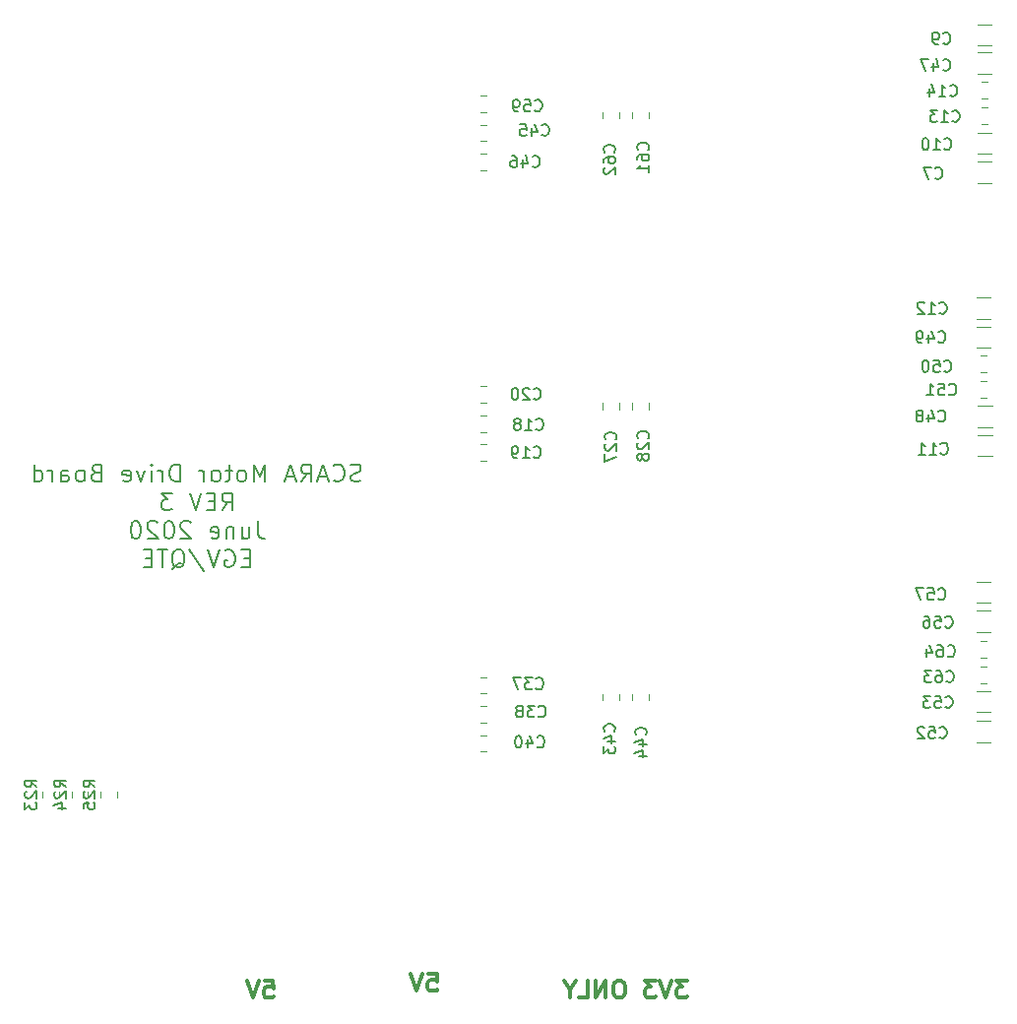
<source format=gbr>
G04 #@! TF.GenerationSoftware,KiCad,Pcbnew,5.0.2+dfsg1-1~bpo9+1*
G04 #@! TF.CreationDate,2020-06-16T21:43:01-06:00*
G04 #@! TF.ProjectId,SCARAMotorFeedbackController,53434152-414d-46f7-946f-724665656462,rev?*
G04 #@! TF.SameCoordinates,Original*
G04 #@! TF.FileFunction,Legend,Bot*
G04 #@! TF.FilePolarity,Positive*
%FSLAX46Y46*%
G04 Gerber Fmt 4.6, Leading zero omitted, Abs format (unit mm)*
G04 Created by KiCad (PCBNEW 5.0.2+dfsg1-1~bpo9+1) date Tue 16 Jun 2020 09:43:01 PM MDT*
%MOMM*%
%LPD*%
G01*
G04 APERTURE LIST*
%ADD10C,0.300000*%
%ADD11C,0.200000*%
%ADD12C,0.120000*%
%ADD13C,0.150000*%
G04 APERTURE END LIST*
D10*
X31885714Y8021428D02*
X32600000Y8021428D01*
X32671428Y7307142D01*
X32600000Y7378571D01*
X32457142Y7450000D01*
X32100000Y7450000D01*
X31957142Y7378571D01*
X31885714Y7307142D01*
X31814285Y7164285D01*
X31814285Y6807142D01*
X31885714Y6664285D01*
X31957142Y6592857D01*
X32100000Y6521428D01*
X32457142Y6521428D01*
X32600000Y6592857D01*
X32671428Y6664285D01*
X31385714Y8021428D02*
X30885714Y6521428D01*
X30385714Y8021428D01*
X45985714Y8621428D02*
X46700000Y8621428D01*
X46771428Y7907142D01*
X46700000Y7978571D01*
X46557142Y8050000D01*
X46200000Y8050000D01*
X46057142Y7978571D01*
X45985714Y7907142D01*
X45914285Y7764285D01*
X45914285Y7407142D01*
X45985714Y7264285D01*
X46057142Y7192857D01*
X46200000Y7121428D01*
X46557142Y7121428D01*
X46700000Y7192857D01*
X46771428Y7264285D01*
X45485714Y8621428D02*
X44985714Y7121428D01*
X44485714Y8621428D01*
X68250000Y8021428D02*
X67321428Y8021428D01*
X67821428Y7450000D01*
X67607142Y7450000D01*
X67464285Y7378571D01*
X67392857Y7307142D01*
X67321428Y7164285D01*
X67321428Y6807142D01*
X67392857Y6664285D01*
X67464285Y6592857D01*
X67607142Y6521428D01*
X68035714Y6521428D01*
X68178571Y6592857D01*
X68250000Y6664285D01*
X66892857Y8021428D02*
X66392857Y6521428D01*
X65892857Y8021428D01*
X65535714Y8021428D02*
X64607142Y8021428D01*
X65107142Y7450000D01*
X64892857Y7450000D01*
X64750000Y7378571D01*
X64678571Y7307142D01*
X64607142Y7164285D01*
X64607142Y6807142D01*
X64678571Y6664285D01*
X64750000Y6592857D01*
X64892857Y6521428D01*
X65321428Y6521428D01*
X65464285Y6592857D01*
X65535714Y6664285D01*
X62535714Y8021428D02*
X62250000Y8021428D01*
X62107142Y7950000D01*
X61964285Y7807142D01*
X61892857Y7521428D01*
X61892857Y7021428D01*
X61964285Y6735714D01*
X62107142Y6592857D01*
X62250000Y6521428D01*
X62535714Y6521428D01*
X62678571Y6592857D01*
X62821428Y6735714D01*
X62892857Y7021428D01*
X62892857Y7521428D01*
X62821428Y7807142D01*
X62678571Y7950000D01*
X62535714Y8021428D01*
X61250000Y6521428D02*
X61250000Y8021428D01*
X60392857Y6521428D01*
X60392857Y8021428D01*
X58964285Y6521428D02*
X59678571Y6521428D01*
X59678571Y8021428D01*
X58178571Y7235714D02*
X58178571Y6521428D01*
X58678571Y8021428D02*
X58178571Y7235714D01*
X57678571Y8021428D01*
D11*
X40171428Y50967857D02*
X39957142Y50896428D01*
X39600000Y50896428D01*
X39457142Y50967857D01*
X39385714Y51039285D01*
X39314285Y51182142D01*
X39314285Y51325000D01*
X39385714Y51467857D01*
X39457142Y51539285D01*
X39600000Y51610714D01*
X39885714Y51682142D01*
X40028571Y51753571D01*
X40100000Y51825000D01*
X40171428Y51967857D01*
X40171428Y52110714D01*
X40100000Y52253571D01*
X40028571Y52325000D01*
X39885714Y52396428D01*
X39528571Y52396428D01*
X39314285Y52325000D01*
X37814285Y51039285D02*
X37885714Y50967857D01*
X38100000Y50896428D01*
X38242857Y50896428D01*
X38457142Y50967857D01*
X38600000Y51110714D01*
X38671428Y51253571D01*
X38742857Y51539285D01*
X38742857Y51753571D01*
X38671428Y52039285D01*
X38600000Y52182142D01*
X38457142Y52325000D01*
X38242857Y52396428D01*
X38100000Y52396428D01*
X37885714Y52325000D01*
X37814285Y52253571D01*
X37242857Y51325000D02*
X36528571Y51325000D01*
X37385714Y50896428D02*
X36885714Y52396428D01*
X36385714Y50896428D01*
X35028571Y50896428D02*
X35528571Y51610714D01*
X35885714Y50896428D02*
X35885714Y52396428D01*
X35314285Y52396428D01*
X35171428Y52325000D01*
X35100000Y52253571D01*
X35028571Y52110714D01*
X35028571Y51896428D01*
X35100000Y51753571D01*
X35171428Y51682142D01*
X35314285Y51610714D01*
X35885714Y51610714D01*
X34457142Y51325000D02*
X33742857Y51325000D01*
X34600000Y50896428D02*
X34100000Y52396428D01*
X33600000Y50896428D01*
X31957142Y50896428D02*
X31957142Y52396428D01*
X31457142Y51325000D01*
X30957142Y52396428D01*
X30957142Y50896428D01*
X30028571Y50896428D02*
X30171428Y50967857D01*
X30242857Y51039285D01*
X30314285Y51182142D01*
X30314285Y51610714D01*
X30242857Y51753571D01*
X30171428Y51825000D01*
X30028571Y51896428D01*
X29814285Y51896428D01*
X29671428Y51825000D01*
X29600000Y51753571D01*
X29528571Y51610714D01*
X29528571Y51182142D01*
X29600000Y51039285D01*
X29671428Y50967857D01*
X29814285Y50896428D01*
X30028571Y50896428D01*
X29100000Y51896428D02*
X28528571Y51896428D01*
X28885714Y52396428D02*
X28885714Y51110714D01*
X28814285Y50967857D01*
X28671428Y50896428D01*
X28528571Y50896428D01*
X27814285Y50896428D02*
X27957142Y50967857D01*
X28028571Y51039285D01*
X28100000Y51182142D01*
X28100000Y51610714D01*
X28028571Y51753571D01*
X27957142Y51825000D01*
X27814285Y51896428D01*
X27600000Y51896428D01*
X27457142Y51825000D01*
X27385714Y51753571D01*
X27314285Y51610714D01*
X27314285Y51182142D01*
X27385714Y51039285D01*
X27457142Y50967857D01*
X27600000Y50896428D01*
X27814285Y50896428D01*
X26671428Y50896428D02*
X26671428Y51896428D01*
X26671428Y51610714D02*
X26600000Y51753571D01*
X26528571Y51825000D01*
X26385714Y51896428D01*
X26242857Y51896428D01*
X24600000Y50896428D02*
X24600000Y52396428D01*
X24242857Y52396428D01*
X24028571Y52325000D01*
X23885714Y52182142D01*
X23814285Y52039285D01*
X23742857Y51753571D01*
X23742857Y51539285D01*
X23814285Y51253571D01*
X23885714Y51110714D01*
X24028571Y50967857D01*
X24242857Y50896428D01*
X24600000Y50896428D01*
X23100000Y50896428D02*
X23100000Y51896428D01*
X23100000Y51610714D02*
X23028571Y51753571D01*
X22957142Y51825000D01*
X22814285Y51896428D01*
X22671428Y51896428D01*
X22171428Y50896428D02*
X22171428Y51896428D01*
X22171428Y52396428D02*
X22242857Y52325000D01*
X22171428Y52253571D01*
X22100000Y52325000D01*
X22171428Y52396428D01*
X22171428Y52253571D01*
X21600000Y51896428D02*
X21242857Y50896428D01*
X20885714Y51896428D01*
X19742857Y50967857D02*
X19885714Y50896428D01*
X20171428Y50896428D01*
X20314285Y50967857D01*
X20385714Y51110714D01*
X20385714Y51682142D01*
X20314285Y51825000D01*
X20171428Y51896428D01*
X19885714Y51896428D01*
X19742857Y51825000D01*
X19671428Y51682142D01*
X19671428Y51539285D01*
X20385714Y51396428D01*
X17385714Y51682142D02*
X17171428Y51610714D01*
X17100000Y51539285D01*
X17028571Y51396428D01*
X17028571Y51182142D01*
X17100000Y51039285D01*
X17171428Y50967857D01*
X17314285Y50896428D01*
X17885714Y50896428D01*
X17885714Y52396428D01*
X17385714Y52396428D01*
X17242857Y52325000D01*
X17171428Y52253571D01*
X17100000Y52110714D01*
X17100000Y51967857D01*
X17171428Y51825000D01*
X17242857Y51753571D01*
X17385714Y51682142D01*
X17885714Y51682142D01*
X16171428Y50896428D02*
X16314285Y50967857D01*
X16385714Y51039285D01*
X16457142Y51182142D01*
X16457142Y51610714D01*
X16385714Y51753571D01*
X16314285Y51825000D01*
X16171428Y51896428D01*
X15957142Y51896428D01*
X15814285Y51825000D01*
X15742857Y51753571D01*
X15671428Y51610714D01*
X15671428Y51182142D01*
X15742857Y51039285D01*
X15814285Y50967857D01*
X15957142Y50896428D01*
X16171428Y50896428D01*
X14385714Y50896428D02*
X14385714Y51682142D01*
X14457142Y51825000D01*
X14600000Y51896428D01*
X14885714Y51896428D01*
X15028571Y51825000D01*
X14385714Y50967857D02*
X14528571Y50896428D01*
X14885714Y50896428D01*
X15028571Y50967857D01*
X15100000Y51110714D01*
X15100000Y51253571D01*
X15028571Y51396428D01*
X14885714Y51467857D01*
X14528571Y51467857D01*
X14385714Y51539285D01*
X13671428Y50896428D02*
X13671428Y51896428D01*
X13671428Y51610714D02*
X13600000Y51753571D01*
X13528571Y51825000D01*
X13385714Y51896428D01*
X13242857Y51896428D01*
X12100000Y50896428D02*
X12100000Y52396428D01*
X12100000Y50967857D02*
X12242857Y50896428D01*
X12528571Y50896428D01*
X12671428Y50967857D01*
X12742857Y51039285D01*
X12814285Y51182142D01*
X12814285Y51610714D01*
X12742857Y51753571D01*
X12671428Y51825000D01*
X12528571Y51896428D01*
X12242857Y51896428D01*
X12100000Y51825000D01*
X28242857Y48446428D02*
X28742857Y49160714D01*
X29100000Y48446428D02*
X29100000Y49946428D01*
X28528571Y49946428D01*
X28385714Y49875000D01*
X28314285Y49803571D01*
X28242857Y49660714D01*
X28242857Y49446428D01*
X28314285Y49303571D01*
X28385714Y49232142D01*
X28528571Y49160714D01*
X29100000Y49160714D01*
X27600000Y49232142D02*
X27100000Y49232142D01*
X26885714Y48446428D02*
X27600000Y48446428D01*
X27600000Y49946428D01*
X26885714Y49946428D01*
X26457142Y49946428D02*
X25957142Y48446428D01*
X25457142Y49946428D01*
X23957142Y49946428D02*
X23028571Y49946428D01*
X23528571Y49375000D01*
X23314285Y49375000D01*
X23171428Y49303571D01*
X23100000Y49232142D01*
X23028571Y49089285D01*
X23028571Y48732142D01*
X23100000Y48589285D01*
X23171428Y48517857D01*
X23314285Y48446428D01*
X23742857Y48446428D01*
X23885714Y48517857D01*
X23957142Y48589285D01*
X31314285Y47496428D02*
X31314285Y46425000D01*
X31385714Y46210714D01*
X31528571Y46067857D01*
X31742857Y45996428D01*
X31885714Y45996428D01*
X29957142Y46996428D02*
X29957142Y45996428D01*
X30600000Y46996428D02*
X30600000Y46210714D01*
X30528571Y46067857D01*
X30385714Y45996428D01*
X30171428Y45996428D01*
X30028571Y46067857D01*
X29957142Y46139285D01*
X29242857Y46996428D02*
X29242857Y45996428D01*
X29242857Y46853571D02*
X29171428Y46925000D01*
X29028571Y46996428D01*
X28814285Y46996428D01*
X28671428Y46925000D01*
X28600000Y46782142D01*
X28600000Y45996428D01*
X27314285Y46067857D02*
X27457142Y45996428D01*
X27742857Y45996428D01*
X27885714Y46067857D01*
X27957142Y46210714D01*
X27957142Y46782142D01*
X27885714Y46925000D01*
X27742857Y46996428D01*
X27457142Y46996428D01*
X27314285Y46925000D01*
X27242857Y46782142D01*
X27242857Y46639285D01*
X27957142Y46496428D01*
X25528571Y47353571D02*
X25457142Y47425000D01*
X25314285Y47496428D01*
X24957142Y47496428D01*
X24814285Y47425000D01*
X24742857Y47353571D01*
X24671428Y47210714D01*
X24671428Y47067857D01*
X24742857Y46853571D01*
X25600000Y45996428D01*
X24671428Y45996428D01*
X23742857Y47496428D02*
X23600000Y47496428D01*
X23457142Y47425000D01*
X23385714Y47353571D01*
X23314285Y47210714D01*
X23242857Y46925000D01*
X23242857Y46567857D01*
X23314285Y46282142D01*
X23385714Y46139285D01*
X23457142Y46067857D01*
X23600000Y45996428D01*
X23742857Y45996428D01*
X23885714Y46067857D01*
X23957142Y46139285D01*
X24028571Y46282142D01*
X24100000Y46567857D01*
X24100000Y46925000D01*
X24028571Y47210714D01*
X23957142Y47353571D01*
X23885714Y47425000D01*
X23742857Y47496428D01*
X22671428Y47353571D02*
X22600000Y47425000D01*
X22457142Y47496428D01*
X22100000Y47496428D01*
X21957142Y47425000D01*
X21885714Y47353571D01*
X21814285Y47210714D01*
X21814285Y47067857D01*
X21885714Y46853571D01*
X22742857Y45996428D01*
X21814285Y45996428D01*
X20885714Y47496428D02*
X20742857Y47496428D01*
X20600000Y47425000D01*
X20528571Y47353571D01*
X20457142Y47210714D01*
X20385714Y46925000D01*
X20385714Y46567857D01*
X20457142Y46282142D01*
X20528571Y46139285D01*
X20600000Y46067857D01*
X20742857Y45996428D01*
X20885714Y45996428D01*
X21028571Y46067857D01*
X21100000Y46139285D01*
X21171428Y46282142D01*
X21242857Y46567857D01*
X21242857Y46925000D01*
X21171428Y47210714D01*
X21100000Y47353571D01*
X21028571Y47425000D01*
X20885714Y47496428D01*
X30635714Y44332142D02*
X30135714Y44332142D01*
X29921428Y43546428D02*
X30635714Y43546428D01*
X30635714Y45046428D01*
X29921428Y45046428D01*
X28492857Y44975000D02*
X28635714Y45046428D01*
X28850000Y45046428D01*
X29064285Y44975000D01*
X29207142Y44832142D01*
X29278571Y44689285D01*
X29350000Y44403571D01*
X29350000Y44189285D01*
X29278571Y43903571D01*
X29207142Y43760714D01*
X29064285Y43617857D01*
X28850000Y43546428D01*
X28707142Y43546428D01*
X28492857Y43617857D01*
X28421428Y43689285D01*
X28421428Y44189285D01*
X28707142Y44189285D01*
X27992857Y45046428D02*
X27492857Y43546428D01*
X26992857Y45046428D01*
X25421428Y45117857D02*
X26707142Y43189285D01*
X23921428Y43403571D02*
X24064285Y43475000D01*
X24207142Y43617857D01*
X24421428Y43832142D01*
X24564285Y43903571D01*
X24707142Y43903571D01*
X24635714Y43546428D02*
X24778571Y43617857D01*
X24921428Y43760714D01*
X24992857Y44046428D01*
X24992857Y44546428D01*
X24921428Y44832142D01*
X24778571Y44975000D01*
X24635714Y45046428D01*
X24350000Y45046428D01*
X24207142Y44975000D01*
X24064285Y44832142D01*
X23992857Y44546428D01*
X23992857Y44046428D01*
X24064285Y43760714D01*
X24207142Y43617857D01*
X24350000Y43546428D01*
X24635714Y43546428D01*
X23564285Y45046428D02*
X22707142Y45046428D01*
X23135714Y43546428D02*
X23135714Y45046428D01*
X22207142Y44332142D02*
X21707142Y44332142D01*
X21492857Y43546428D02*
X22207142Y43546428D01*
X22207142Y45046428D01*
X21492857Y45046428D01*
D12*
G04 #@! TO.C,C18*
X50961252Y55190000D02*
X50438748Y55190000D01*
X50961252Y56610000D02*
X50438748Y56610000D01*
G04 #@! TO.C,C59*
X50961252Y82690000D02*
X50438748Y82690000D01*
X50961252Y84110000D02*
X50438748Y84110000D01*
G04 #@! TO.C,C61*
X64910000Y82138748D02*
X64910000Y82661252D01*
X63490000Y82138748D02*
X63490000Y82661252D01*
G04 #@! TO.C,C62*
X62410000Y82138748D02*
X62410000Y82661252D01*
X60990000Y82138748D02*
X60990000Y82661252D01*
G04 #@! TO.C,C20*
X50961252Y57690000D02*
X50438748Y57690000D01*
X50961252Y59110000D02*
X50438748Y59110000D01*
G04 #@! TO.C,C27*
X62410000Y57138748D02*
X62410000Y57661252D01*
X60990000Y57138748D02*
X60990000Y57661252D01*
G04 #@! TO.C,C28*
X63490000Y57138748D02*
X63490000Y57661252D01*
X64910000Y57138748D02*
X64910000Y57661252D01*
G04 #@! TO.C,C40*
X50961252Y27690000D02*
X50438748Y27690000D01*
X50961252Y29110000D02*
X50438748Y29110000D01*
G04 #@! TO.C,C43*
X62410000Y32138748D02*
X62410000Y32661252D01*
X60990000Y32138748D02*
X60990000Y32661252D01*
G04 #@! TO.C,C44*
X63490000Y32138748D02*
X63490000Y32661252D01*
X64910000Y32138748D02*
X64910000Y32661252D01*
G04 #@! TO.C,C45*
X50961252Y81610000D02*
X50438748Y81610000D01*
X50961252Y80190000D02*
X50438748Y80190000D01*
G04 #@! TO.C,C46*
X50961252Y77690000D02*
X50438748Y77690000D01*
X50961252Y79110000D02*
X50438748Y79110000D01*
G04 #@! TO.C,C37*
X50961252Y32690000D02*
X50438748Y32690000D01*
X50961252Y34110000D02*
X50438748Y34110000D01*
G04 #@! TO.C,C38*
X50961252Y31610000D02*
X50438748Y31610000D01*
X50961252Y30190000D02*
X50438748Y30190000D01*
G04 #@! TO.C,C19*
X50961252Y54110000D02*
X50438748Y54110000D01*
X50961252Y52690000D02*
X50438748Y52690000D01*
G04 #@! TO.C,C13*
X93538748Y81690000D02*
X94061252Y81690000D01*
X93538748Y83110000D02*
X94061252Y83110000D01*
G04 #@! TO.C,C14*
X93538748Y85310000D02*
X94061252Y85310000D01*
X93538748Y83890000D02*
X94061252Y83890000D01*
G04 #@! TO.C,C7*
X93192765Y76590000D02*
X94396893Y76590000D01*
X93192765Y78410000D02*
X94396893Y78410000D01*
G04 #@! TO.C,C9*
X93192765Y90210000D02*
X94396893Y90210000D01*
X93192765Y88390000D02*
X94396893Y88390000D01*
G04 #@! TO.C,C10*
X93192765Y79090000D02*
X94396893Y79090000D01*
X93192765Y80910000D02*
X94396893Y80910000D01*
G04 #@! TO.C,C47*
X93197936Y87810000D02*
X94402064Y87810000D01*
X93197936Y85990000D02*
X94402064Y85990000D01*
G04 #@! TO.C,C11*
X93245811Y53107683D02*
X94449939Y53107683D01*
X93245811Y54927683D02*
X94449939Y54927683D01*
G04 #@! TO.C,C12*
X93145811Y66727683D02*
X94349939Y66727683D01*
X93145811Y64907683D02*
X94349939Y64907683D01*
G04 #@! TO.C,C48*
X93245811Y55607683D02*
X94449939Y55607683D01*
X93245811Y57427683D02*
X94449939Y57427683D01*
G04 #@! TO.C,C49*
X93145811Y64227683D02*
X94349939Y64227683D01*
X93145811Y62407683D02*
X94349939Y62407683D01*
G04 #@! TO.C,C50*
X93486623Y60307683D02*
X94009127Y60307683D01*
X93486623Y61727683D02*
X94009127Y61727683D01*
G04 #@! TO.C,C51*
X93486623Y59527683D02*
X94009127Y59527683D01*
X93486623Y58107683D02*
X94009127Y58107683D01*
G04 #@! TO.C,C52*
X93152638Y28508844D02*
X94356766Y28508844D01*
X93152638Y30328844D02*
X94356766Y30328844D01*
G04 #@! TO.C,C53*
X93152638Y32928844D02*
X94356766Y32928844D01*
X93152638Y31108844D02*
X94356766Y31108844D01*
G04 #@! TO.C,C56*
X93152638Y38008844D02*
X94356766Y38008844D01*
X93152638Y39828844D02*
X94356766Y39828844D01*
G04 #@! TO.C,C57*
X93152638Y42328844D02*
X94356766Y42328844D01*
X93152638Y40508844D02*
X94356766Y40508844D01*
G04 #@! TO.C,C63*
X93493450Y33608844D02*
X94015954Y33608844D01*
X93493450Y35028844D02*
X94015954Y35028844D01*
G04 #@! TO.C,C64*
X93493450Y37228844D02*
X94015954Y37228844D01*
X93493450Y35808844D02*
X94015954Y35808844D01*
G04 #@! TO.C,R23*
X12790000Y24261252D02*
X12790000Y23738748D01*
X14210000Y24261252D02*
X14210000Y23738748D01*
G04 #@! TO.C,R24*
X16710000Y24261252D02*
X16710000Y23738748D01*
X15290000Y24261252D02*
X15290000Y23738748D01*
G04 #@! TO.C,R25*
X17790000Y24261252D02*
X17790000Y23738748D01*
X19210000Y24261252D02*
X19210000Y23738748D01*
G04 #@! TO.C,C18*
D13*
X55242857Y55442857D02*
X55290476Y55395238D01*
X55433333Y55347619D01*
X55528571Y55347619D01*
X55671428Y55395238D01*
X55766666Y55490476D01*
X55814285Y55585714D01*
X55861904Y55776190D01*
X55861904Y55919047D01*
X55814285Y56109523D01*
X55766666Y56204761D01*
X55671428Y56300000D01*
X55528571Y56347619D01*
X55433333Y56347619D01*
X55290476Y56300000D01*
X55242857Y56252380D01*
X54290476Y55347619D02*
X54861904Y55347619D01*
X54576190Y55347619D02*
X54576190Y56347619D01*
X54671428Y56204761D01*
X54766666Y56109523D01*
X54861904Y56061904D01*
X53719047Y55919047D02*
X53814285Y55966666D01*
X53861904Y56014285D01*
X53909523Y56109523D01*
X53909523Y56157142D01*
X53861904Y56252380D01*
X53814285Y56300000D01*
X53719047Y56347619D01*
X53528571Y56347619D01*
X53433333Y56300000D01*
X53385714Y56252380D01*
X53338095Y56157142D01*
X53338095Y56109523D01*
X53385714Y56014285D01*
X53433333Y55966666D01*
X53528571Y55919047D01*
X53719047Y55919047D01*
X53814285Y55871428D01*
X53861904Y55823809D01*
X53909523Y55728571D01*
X53909523Y55538095D01*
X53861904Y55442857D01*
X53814285Y55395238D01*
X53719047Y55347619D01*
X53528571Y55347619D01*
X53433333Y55395238D01*
X53385714Y55442857D01*
X53338095Y55538095D01*
X53338095Y55728571D01*
X53385714Y55823809D01*
X53433333Y55871428D01*
X53528571Y55919047D01*
G04 #@! TO.C,C59*
X55142857Y82842857D02*
X55190476Y82795238D01*
X55333333Y82747619D01*
X55428571Y82747619D01*
X55571428Y82795238D01*
X55666666Y82890476D01*
X55714285Y82985714D01*
X55761904Y83176190D01*
X55761904Y83319047D01*
X55714285Y83509523D01*
X55666666Y83604761D01*
X55571428Y83700000D01*
X55428571Y83747619D01*
X55333333Y83747619D01*
X55190476Y83700000D01*
X55142857Y83652380D01*
X54238095Y83747619D02*
X54714285Y83747619D01*
X54761904Y83271428D01*
X54714285Y83319047D01*
X54619047Y83366666D01*
X54380952Y83366666D01*
X54285714Y83319047D01*
X54238095Y83271428D01*
X54190476Y83176190D01*
X54190476Y82938095D01*
X54238095Y82842857D01*
X54285714Y82795238D01*
X54380952Y82747619D01*
X54619047Y82747619D01*
X54714285Y82795238D01*
X54761904Y82842857D01*
X53714285Y82747619D02*
X53523809Y82747619D01*
X53428571Y82795238D01*
X53380952Y82842857D01*
X53285714Y82985714D01*
X53238095Y83176190D01*
X53238095Y83557142D01*
X53285714Y83652380D01*
X53333333Y83700000D01*
X53428571Y83747619D01*
X53619047Y83747619D01*
X53714285Y83700000D01*
X53761904Y83652380D01*
X53809523Y83557142D01*
X53809523Y83319047D01*
X53761904Y83223809D01*
X53714285Y83176190D01*
X53619047Y83128571D01*
X53428571Y83128571D01*
X53333333Y83176190D01*
X53285714Y83223809D01*
X53238095Y83319047D01*
G04 #@! TO.C,C61*
X64857142Y79442857D02*
X64904761Y79490476D01*
X64952380Y79633333D01*
X64952380Y79728571D01*
X64904761Y79871428D01*
X64809523Y79966666D01*
X64714285Y80014285D01*
X64523809Y80061904D01*
X64380952Y80061904D01*
X64190476Y80014285D01*
X64095238Y79966666D01*
X64000000Y79871428D01*
X63952380Y79728571D01*
X63952380Y79633333D01*
X64000000Y79490476D01*
X64047619Y79442857D01*
X63952380Y78585714D02*
X63952380Y78776190D01*
X64000000Y78871428D01*
X64047619Y78919047D01*
X64190476Y79014285D01*
X64380952Y79061904D01*
X64761904Y79061904D01*
X64857142Y79014285D01*
X64904761Y78966666D01*
X64952380Y78871428D01*
X64952380Y78680952D01*
X64904761Y78585714D01*
X64857142Y78538095D01*
X64761904Y78490476D01*
X64523809Y78490476D01*
X64428571Y78538095D01*
X64380952Y78585714D01*
X64333333Y78680952D01*
X64333333Y78871428D01*
X64380952Y78966666D01*
X64428571Y79014285D01*
X64523809Y79061904D01*
X64952380Y77538095D02*
X64952380Y78109523D01*
X64952380Y77823809D02*
X63952380Y77823809D01*
X64095238Y77919047D01*
X64190476Y78014285D01*
X64238095Y78109523D01*
G04 #@! TO.C,C62*
X61957142Y79242857D02*
X62004761Y79290476D01*
X62052380Y79433333D01*
X62052380Y79528571D01*
X62004761Y79671428D01*
X61909523Y79766666D01*
X61814285Y79814285D01*
X61623809Y79861904D01*
X61480952Y79861904D01*
X61290476Y79814285D01*
X61195238Y79766666D01*
X61100000Y79671428D01*
X61052380Y79528571D01*
X61052380Y79433333D01*
X61100000Y79290476D01*
X61147619Y79242857D01*
X61052380Y78385714D02*
X61052380Y78576190D01*
X61100000Y78671428D01*
X61147619Y78719047D01*
X61290476Y78814285D01*
X61480952Y78861904D01*
X61861904Y78861904D01*
X61957142Y78814285D01*
X62004761Y78766666D01*
X62052380Y78671428D01*
X62052380Y78480952D01*
X62004761Y78385714D01*
X61957142Y78338095D01*
X61861904Y78290476D01*
X61623809Y78290476D01*
X61528571Y78338095D01*
X61480952Y78385714D01*
X61433333Y78480952D01*
X61433333Y78671428D01*
X61480952Y78766666D01*
X61528571Y78814285D01*
X61623809Y78861904D01*
X61147619Y77909523D02*
X61100000Y77861904D01*
X61052380Y77766666D01*
X61052380Y77528571D01*
X61100000Y77433333D01*
X61147619Y77385714D01*
X61242857Y77338095D01*
X61338095Y77338095D01*
X61480952Y77385714D01*
X62052380Y77957142D01*
X62052380Y77338095D01*
G04 #@! TO.C,C20*
X55042857Y58042857D02*
X55090476Y57995238D01*
X55233333Y57947619D01*
X55328571Y57947619D01*
X55471428Y57995238D01*
X55566666Y58090476D01*
X55614285Y58185714D01*
X55661904Y58376190D01*
X55661904Y58519047D01*
X55614285Y58709523D01*
X55566666Y58804761D01*
X55471428Y58900000D01*
X55328571Y58947619D01*
X55233333Y58947619D01*
X55090476Y58900000D01*
X55042857Y58852380D01*
X54661904Y58852380D02*
X54614285Y58900000D01*
X54519047Y58947619D01*
X54280952Y58947619D01*
X54185714Y58900000D01*
X54138095Y58852380D01*
X54090476Y58757142D01*
X54090476Y58661904D01*
X54138095Y58519047D01*
X54709523Y57947619D01*
X54090476Y57947619D01*
X53471428Y58947619D02*
X53376190Y58947619D01*
X53280952Y58900000D01*
X53233333Y58852380D01*
X53185714Y58757142D01*
X53138095Y58566666D01*
X53138095Y58328571D01*
X53185714Y58138095D01*
X53233333Y58042857D01*
X53280952Y57995238D01*
X53376190Y57947619D01*
X53471428Y57947619D01*
X53566666Y57995238D01*
X53614285Y58042857D01*
X53661904Y58138095D01*
X53709523Y58328571D01*
X53709523Y58566666D01*
X53661904Y58757142D01*
X53614285Y58852380D01*
X53566666Y58900000D01*
X53471428Y58947619D01*
G04 #@! TO.C,C27*
X62057142Y54542857D02*
X62104761Y54590476D01*
X62152380Y54733333D01*
X62152380Y54828571D01*
X62104761Y54971428D01*
X62009523Y55066666D01*
X61914285Y55114285D01*
X61723809Y55161904D01*
X61580952Y55161904D01*
X61390476Y55114285D01*
X61295238Y55066666D01*
X61200000Y54971428D01*
X61152380Y54828571D01*
X61152380Y54733333D01*
X61200000Y54590476D01*
X61247619Y54542857D01*
X61247619Y54161904D02*
X61200000Y54114285D01*
X61152380Y54019047D01*
X61152380Y53780952D01*
X61200000Y53685714D01*
X61247619Y53638095D01*
X61342857Y53590476D01*
X61438095Y53590476D01*
X61580952Y53638095D01*
X62152380Y54209523D01*
X62152380Y53590476D01*
X61152380Y53257142D02*
X61152380Y52590476D01*
X62152380Y53019047D01*
G04 #@! TO.C,C28*
X64857142Y54642857D02*
X64904761Y54690476D01*
X64952380Y54833333D01*
X64952380Y54928571D01*
X64904761Y55071428D01*
X64809523Y55166666D01*
X64714285Y55214285D01*
X64523809Y55261904D01*
X64380952Y55261904D01*
X64190476Y55214285D01*
X64095238Y55166666D01*
X64000000Y55071428D01*
X63952380Y54928571D01*
X63952380Y54833333D01*
X64000000Y54690476D01*
X64047619Y54642857D01*
X64047619Y54261904D02*
X64000000Y54214285D01*
X63952380Y54119047D01*
X63952380Y53880952D01*
X64000000Y53785714D01*
X64047619Y53738095D01*
X64142857Y53690476D01*
X64238095Y53690476D01*
X64380952Y53738095D01*
X64952380Y54309523D01*
X64952380Y53690476D01*
X64380952Y53119047D02*
X64333333Y53214285D01*
X64285714Y53261904D01*
X64190476Y53309523D01*
X64142857Y53309523D01*
X64047619Y53261904D01*
X64000000Y53214285D01*
X63952380Y53119047D01*
X63952380Y52928571D01*
X64000000Y52833333D01*
X64047619Y52785714D01*
X64142857Y52738095D01*
X64190476Y52738095D01*
X64285714Y52785714D01*
X64333333Y52833333D01*
X64380952Y52928571D01*
X64380952Y53119047D01*
X64428571Y53214285D01*
X64476190Y53261904D01*
X64571428Y53309523D01*
X64761904Y53309523D01*
X64857142Y53261904D01*
X64904761Y53214285D01*
X64952380Y53119047D01*
X64952380Y52928571D01*
X64904761Y52833333D01*
X64857142Y52785714D01*
X64761904Y52738095D01*
X64571428Y52738095D01*
X64476190Y52785714D01*
X64428571Y52833333D01*
X64380952Y52928571D01*
G04 #@! TO.C,C40*
X55342857Y28142857D02*
X55390476Y28095238D01*
X55533333Y28047619D01*
X55628571Y28047619D01*
X55771428Y28095238D01*
X55866666Y28190476D01*
X55914285Y28285714D01*
X55961904Y28476190D01*
X55961904Y28619047D01*
X55914285Y28809523D01*
X55866666Y28904761D01*
X55771428Y29000000D01*
X55628571Y29047619D01*
X55533333Y29047619D01*
X55390476Y29000000D01*
X55342857Y28952380D01*
X54485714Y28714285D02*
X54485714Y28047619D01*
X54723809Y29095238D02*
X54961904Y28380952D01*
X54342857Y28380952D01*
X53771428Y29047619D02*
X53676190Y29047619D01*
X53580952Y29000000D01*
X53533333Y28952380D01*
X53485714Y28857142D01*
X53438095Y28666666D01*
X53438095Y28428571D01*
X53485714Y28238095D01*
X53533333Y28142857D01*
X53580952Y28095238D01*
X53676190Y28047619D01*
X53771428Y28047619D01*
X53866666Y28095238D01*
X53914285Y28142857D01*
X53961904Y28238095D01*
X54009523Y28428571D01*
X54009523Y28666666D01*
X53961904Y28857142D01*
X53914285Y28952380D01*
X53866666Y29000000D01*
X53771428Y29047619D01*
G04 #@! TO.C,C43*
X61957142Y29442857D02*
X62004761Y29490476D01*
X62052380Y29633333D01*
X62052380Y29728571D01*
X62004761Y29871428D01*
X61909523Y29966666D01*
X61814285Y30014285D01*
X61623809Y30061904D01*
X61480952Y30061904D01*
X61290476Y30014285D01*
X61195238Y29966666D01*
X61100000Y29871428D01*
X61052380Y29728571D01*
X61052380Y29633333D01*
X61100000Y29490476D01*
X61147619Y29442857D01*
X61385714Y28585714D02*
X62052380Y28585714D01*
X61004761Y28823809D02*
X61719047Y29061904D01*
X61719047Y28442857D01*
X61052380Y28157142D02*
X61052380Y27538095D01*
X61433333Y27871428D01*
X61433333Y27728571D01*
X61480952Y27633333D01*
X61528571Y27585714D01*
X61623809Y27538095D01*
X61861904Y27538095D01*
X61957142Y27585714D01*
X62004761Y27633333D01*
X62052380Y27728571D01*
X62052380Y28014285D01*
X62004761Y28109523D01*
X61957142Y28157142D01*
G04 #@! TO.C,C44*
X64657142Y29142857D02*
X64704761Y29190476D01*
X64752380Y29333333D01*
X64752380Y29428571D01*
X64704761Y29571428D01*
X64609523Y29666666D01*
X64514285Y29714285D01*
X64323809Y29761904D01*
X64180952Y29761904D01*
X63990476Y29714285D01*
X63895238Y29666666D01*
X63800000Y29571428D01*
X63752380Y29428571D01*
X63752380Y29333333D01*
X63800000Y29190476D01*
X63847619Y29142857D01*
X64085714Y28285714D02*
X64752380Y28285714D01*
X63704761Y28523809D02*
X64419047Y28761904D01*
X64419047Y28142857D01*
X64085714Y27333333D02*
X64752380Y27333333D01*
X63704761Y27571428D02*
X64419047Y27809523D01*
X64419047Y27190476D01*
G04 #@! TO.C,C45*
X55742857Y80742857D02*
X55790476Y80695238D01*
X55933333Y80647619D01*
X56028571Y80647619D01*
X56171428Y80695238D01*
X56266666Y80790476D01*
X56314285Y80885714D01*
X56361904Y81076190D01*
X56361904Y81219047D01*
X56314285Y81409523D01*
X56266666Y81504761D01*
X56171428Y81600000D01*
X56028571Y81647619D01*
X55933333Y81647619D01*
X55790476Y81600000D01*
X55742857Y81552380D01*
X54885714Y81314285D02*
X54885714Y80647619D01*
X55123809Y81695238D02*
X55361904Y80980952D01*
X54742857Y80980952D01*
X53885714Y81647619D02*
X54361904Y81647619D01*
X54409523Y81171428D01*
X54361904Y81219047D01*
X54266666Y81266666D01*
X54028571Y81266666D01*
X53933333Y81219047D01*
X53885714Y81171428D01*
X53838095Y81076190D01*
X53838095Y80838095D01*
X53885714Y80742857D01*
X53933333Y80695238D01*
X54028571Y80647619D01*
X54266666Y80647619D01*
X54361904Y80695238D01*
X54409523Y80742857D01*
G04 #@! TO.C,C46*
X54942857Y78042857D02*
X54990476Y77995238D01*
X55133333Y77947619D01*
X55228571Y77947619D01*
X55371428Y77995238D01*
X55466666Y78090476D01*
X55514285Y78185714D01*
X55561904Y78376190D01*
X55561904Y78519047D01*
X55514285Y78709523D01*
X55466666Y78804761D01*
X55371428Y78900000D01*
X55228571Y78947619D01*
X55133333Y78947619D01*
X54990476Y78900000D01*
X54942857Y78852380D01*
X54085714Y78614285D02*
X54085714Y77947619D01*
X54323809Y78995238D02*
X54561904Y78280952D01*
X53942857Y78280952D01*
X53133333Y78947619D02*
X53323809Y78947619D01*
X53419047Y78900000D01*
X53466666Y78852380D01*
X53561904Y78709523D01*
X53609523Y78519047D01*
X53609523Y78138095D01*
X53561904Y78042857D01*
X53514285Y77995238D01*
X53419047Y77947619D01*
X53228571Y77947619D01*
X53133333Y77995238D01*
X53085714Y78042857D01*
X53038095Y78138095D01*
X53038095Y78376190D01*
X53085714Y78471428D01*
X53133333Y78519047D01*
X53228571Y78566666D01*
X53419047Y78566666D01*
X53514285Y78519047D01*
X53561904Y78471428D01*
X53609523Y78376190D01*
G04 #@! TO.C,C37*
X55242857Y33142857D02*
X55290476Y33095238D01*
X55433333Y33047619D01*
X55528571Y33047619D01*
X55671428Y33095238D01*
X55766666Y33190476D01*
X55814285Y33285714D01*
X55861904Y33476190D01*
X55861904Y33619047D01*
X55814285Y33809523D01*
X55766666Y33904761D01*
X55671428Y34000000D01*
X55528571Y34047619D01*
X55433333Y34047619D01*
X55290476Y34000000D01*
X55242857Y33952380D01*
X54909523Y34047619D02*
X54290476Y34047619D01*
X54623809Y33666666D01*
X54480952Y33666666D01*
X54385714Y33619047D01*
X54338095Y33571428D01*
X54290476Y33476190D01*
X54290476Y33238095D01*
X54338095Y33142857D01*
X54385714Y33095238D01*
X54480952Y33047619D01*
X54766666Y33047619D01*
X54861904Y33095238D01*
X54909523Y33142857D01*
X53957142Y34047619D02*
X53290476Y34047619D01*
X53719047Y33047619D01*
G04 #@! TO.C,C38*
X55442857Y30742857D02*
X55490476Y30695238D01*
X55633333Y30647619D01*
X55728571Y30647619D01*
X55871428Y30695238D01*
X55966666Y30790476D01*
X56014285Y30885714D01*
X56061904Y31076190D01*
X56061904Y31219047D01*
X56014285Y31409523D01*
X55966666Y31504761D01*
X55871428Y31600000D01*
X55728571Y31647619D01*
X55633333Y31647619D01*
X55490476Y31600000D01*
X55442857Y31552380D01*
X55109523Y31647619D02*
X54490476Y31647619D01*
X54823809Y31266666D01*
X54680952Y31266666D01*
X54585714Y31219047D01*
X54538095Y31171428D01*
X54490476Y31076190D01*
X54490476Y30838095D01*
X54538095Y30742857D01*
X54585714Y30695238D01*
X54680952Y30647619D01*
X54966666Y30647619D01*
X55061904Y30695238D01*
X55109523Y30742857D01*
X53919047Y31219047D02*
X54014285Y31266666D01*
X54061904Y31314285D01*
X54109523Y31409523D01*
X54109523Y31457142D01*
X54061904Y31552380D01*
X54014285Y31600000D01*
X53919047Y31647619D01*
X53728571Y31647619D01*
X53633333Y31600000D01*
X53585714Y31552380D01*
X53538095Y31457142D01*
X53538095Y31409523D01*
X53585714Y31314285D01*
X53633333Y31266666D01*
X53728571Y31219047D01*
X53919047Y31219047D01*
X54014285Y31171428D01*
X54061904Y31123809D01*
X54109523Y31028571D01*
X54109523Y30838095D01*
X54061904Y30742857D01*
X54014285Y30695238D01*
X53919047Y30647619D01*
X53728571Y30647619D01*
X53633333Y30695238D01*
X53585714Y30742857D01*
X53538095Y30838095D01*
X53538095Y31028571D01*
X53585714Y31123809D01*
X53633333Y31171428D01*
X53728571Y31219047D01*
G04 #@! TO.C,C19*
X55042857Y53042857D02*
X55090476Y52995238D01*
X55233333Y52947619D01*
X55328571Y52947619D01*
X55471428Y52995238D01*
X55566666Y53090476D01*
X55614285Y53185714D01*
X55661904Y53376190D01*
X55661904Y53519047D01*
X55614285Y53709523D01*
X55566666Y53804761D01*
X55471428Y53900000D01*
X55328571Y53947619D01*
X55233333Y53947619D01*
X55090476Y53900000D01*
X55042857Y53852380D01*
X54090476Y52947619D02*
X54661904Y52947619D01*
X54376190Y52947619D02*
X54376190Y53947619D01*
X54471428Y53804761D01*
X54566666Y53709523D01*
X54661904Y53661904D01*
X53614285Y52947619D02*
X53423809Y52947619D01*
X53328571Y52995238D01*
X53280952Y53042857D01*
X53185714Y53185714D01*
X53138095Y53376190D01*
X53138095Y53757142D01*
X53185714Y53852380D01*
X53233333Y53900000D01*
X53328571Y53947619D01*
X53519047Y53947619D01*
X53614285Y53900000D01*
X53661904Y53852380D01*
X53709523Y53757142D01*
X53709523Y53519047D01*
X53661904Y53423809D01*
X53614285Y53376190D01*
X53519047Y53328571D01*
X53328571Y53328571D01*
X53233333Y53376190D01*
X53185714Y53423809D01*
X53138095Y53519047D01*
G04 #@! TO.C,C13*
X91042857Y81942857D02*
X91090476Y81895238D01*
X91233333Y81847619D01*
X91328571Y81847619D01*
X91471428Y81895238D01*
X91566666Y81990476D01*
X91614285Y82085714D01*
X91661904Y82276190D01*
X91661904Y82419047D01*
X91614285Y82609523D01*
X91566666Y82704761D01*
X91471428Y82800000D01*
X91328571Y82847619D01*
X91233333Y82847619D01*
X91090476Y82800000D01*
X91042857Y82752380D01*
X90090476Y81847619D02*
X90661904Y81847619D01*
X90376190Y81847619D02*
X90376190Y82847619D01*
X90471428Y82704761D01*
X90566666Y82609523D01*
X90661904Y82561904D01*
X89757142Y82847619D02*
X89138095Y82847619D01*
X89471428Y82466666D01*
X89328571Y82466666D01*
X89233333Y82419047D01*
X89185714Y82371428D01*
X89138095Y82276190D01*
X89138095Y82038095D01*
X89185714Y81942857D01*
X89233333Y81895238D01*
X89328571Y81847619D01*
X89614285Y81847619D01*
X89709523Y81895238D01*
X89757142Y81942857D01*
G04 #@! TO.C,C14*
X90842857Y84142857D02*
X90890476Y84095238D01*
X91033333Y84047619D01*
X91128571Y84047619D01*
X91271428Y84095238D01*
X91366666Y84190476D01*
X91414285Y84285714D01*
X91461904Y84476190D01*
X91461904Y84619047D01*
X91414285Y84809523D01*
X91366666Y84904761D01*
X91271428Y85000000D01*
X91128571Y85047619D01*
X91033333Y85047619D01*
X90890476Y85000000D01*
X90842857Y84952380D01*
X89890476Y84047619D02*
X90461904Y84047619D01*
X90176190Y84047619D02*
X90176190Y85047619D01*
X90271428Y84904761D01*
X90366666Y84809523D01*
X90461904Y84761904D01*
X89033333Y84714285D02*
X89033333Y84047619D01*
X89271428Y85095238D02*
X89509523Y84380952D01*
X88890476Y84380952D01*
G04 #@! TO.C,C7*
X89566666Y77042857D02*
X89614285Y76995238D01*
X89757142Y76947619D01*
X89852380Y76947619D01*
X89995238Y76995238D01*
X90090476Y77090476D01*
X90138095Y77185714D01*
X90185714Y77376190D01*
X90185714Y77519047D01*
X90138095Y77709523D01*
X90090476Y77804761D01*
X89995238Y77900000D01*
X89852380Y77947619D01*
X89757142Y77947619D01*
X89614285Y77900000D01*
X89566666Y77852380D01*
X89233333Y77947619D02*
X88566666Y77947619D01*
X88995238Y76947619D01*
G04 #@! TO.C,C9*
X90266666Y88642857D02*
X90314285Y88595238D01*
X90457142Y88547619D01*
X90552380Y88547619D01*
X90695238Y88595238D01*
X90790476Y88690476D01*
X90838095Y88785714D01*
X90885714Y88976190D01*
X90885714Y89119047D01*
X90838095Y89309523D01*
X90790476Y89404761D01*
X90695238Y89500000D01*
X90552380Y89547619D01*
X90457142Y89547619D01*
X90314285Y89500000D01*
X90266666Y89452380D01*
X89790476Y88547619D02*
X89600000Y88547619D01*
X89504761Y88595238D01*
X89457142Y88642857D01*
X89361904Y88785714D01*
X89314285Y88976190D01*
X89314285Y89357142D01*
X89361904Y89452380D01*
X89409523Y89500000D01*
X89504761Y89547619D01*
X89695238Y89547619D01*
X89790476Y89500000D01*
X89838095Y89452380D01*
X89885714Y89357142D01*
X89885714Y89119047D01*
X89838095Y89023809D01*
X89790476Y88976190D01*
X89695238Y88928571D01*
X89504761Y88928571D01*
X89409523Y88976190D01*
X89361904Y89023809D01*
X89314285Y89119047D01*
G04 #@! TO.C,C10*
X90342857Y79542857D02*
X90390476Y79495238D01*
X90533333Y79447619D01*
X90628571Y79447619D01*
X90771428Y79495238D01*
X90866666Y79590476D01*
X90914285Y79685714D01*
X90961904Y79876190D01*
X90961904Y80019047D01*
X90914285Y80209523D01*
X90866666Y80304761D01*
X90771428Y80400000D01*
X90628571Y80447619D01*
X90533333Y80447619D01*
X90390476Y80400000D01*
X90342857Y80352380D01*
X89390476Y79447619D02*
X89961904Y79447619D01*
X89676190Y79447619D02*
X89676190Y80447619D01*
X89771428Y80304761D01*
X89866666Y80209523D01*
X89961904Y80161904D01*
X88771428Y80447619D02*
X88676190Y80447619D01*
X88580952Y80400000D01*
X88533333Y80352380D01*
X88485714Y80257142D01*
X88438095Y80066666D01*
X88438095Y79828571D01*
X88485714Y79638095D01*
X88533333Y79542857D01*
X88580952Y79495238D01*
X88676190Y79447619D01*
X88771428Y79447619D01*
X88866666Y79495238D01*
X88914285Y79542857D01*
X88961904Y79638095D01*
X89009523Y79828571D01*
X89009523Y80066666D01*
X88961904Y80257142D01*
X88914285Y80352380D01*
X88866666Y80400000D01*
X88771428Y80447619D01*
G04 #@! TO.C,C47*
X90242857Y86342857D02*
X90290476Y86295238D01*
X90433333Y86247619D01*
X90528571Y86247619D01*
X90671428Y86295238D01*
X90766666Y86390476D01*
X90814285Y86485714D01*
X90861904Y86676190D01*
X90861904Y86819047D01*
X90814285Y87009523D01*
X90766666Y87104761D01*
X90671428Y87200000D01*
X90528571Y87247619D01*
X90433333Y87247619D01*
X90290476Y87200000D01*
X90242857Y87152380D01*
X89385714Y86914285D02*
X89385714Y86247619D01*
X89623809Y87295238D02*
X89861904Y86580952D01*
X89242857Y86580952D01*
X88957142Y87247619D02*
X88290476Y87247619D01*
X88719047Y86247619D01*
G04 #@! TO.C,C11*
X90042857Y53342857D02*
X90090476Y53295238D01*
X90233333Y53247619D01*
X90328571Y53247619D01*
X90471428Y53295238D01*
X90566666Y53390476D01*
X90614285Y53485714D01*
X90661904Y53676190D01*
X90661904Y53819047D01*
X90614285Y54009523D01*
X90566666Y54104761D01*
X90471428Y54200000D01*
X90328571Y54247619D01*
X90233333Y54247619D01*
X90090476Y54200000D01*
X90042857Y54152380D01*
X89090476Y53247619D02*
X89661904Y53247619D01*
X89376190Y53247619D02*
X89376190Y54247619D01*
X89471428Y54104761D01*
X89566666Y54009523D01*
X89661904Y53961904D01*
X88138095Y53247619D02*
X88709523Y53247619D01*
X88423809Y53247619D02*
X88423809Y54247619D01*
X88519047Y54104761D01*
X88614285Y54009523D01*
X88709523Y53961904D01*
G04 #@! TO.C,C12*
X89942857Y65442857D02*
X89990476Y65395238D01*
X90133333Y65347619D01*
X90228571Y65347619D01*
X90371428Y65395238D01*
X90466666Y65490476D01*
X90514285Y65585714D01*
X90561904Y65776190D01*
X90561904Y65919047D01*
X90514285Y66109523D01*
X90466666Y66204761D01*
X90371428Y66300000D01*
X90228571Y66347619D01*
X90133333Y66347619D01*
X89990476Y66300000D01*
X89942857Y66252380D01*
X88990476Y65347619D02*
X89561904Y65347619D01*
X89276190Y65347619D02*
X89276190Y66347619D01*
X89371428Y66204761D01*
X89466666Y66109523D01*
X89561904Y66061904D01*
X88609523Y66252380D02*
X88561904Y66300000D01*
X88466666Y66347619D01*
X88228571Y66347619D01*
X88133333Y66300000D01*
X88085714Y66252380D01*
X88038095Y66157142D01*
X88038095Y66061904D01*
X88085714Y65919047D01*
X88657142Y65347619D01*
X88038095Y65347619D01*
G04 #@! TO.C,C48*
X89842857Y56142857D02*
X89890476Y56095238D01*
X90033333Y56047619D01*
X90128571Y56047619D01*
X90271428Y56095238D01*
X90366666Y56190476D01*
X90414285Y56285714D01*
X90461904Y56476190D01*
X90461904Y56619047D01*
X90414285Y56809523D01*
X90366666Y56904761D01*
X90271428Y57000000D01*
X90128571Y57047619D01*
X90033333Y57047619D01*
X89890476Y57000000D01*
X89842857Y56952380D01*
X88985714Y56714285D02*
X88985714Y56047619D01*
X89223809Y57095238D02*
X89461904Y56380952D01*
X88842857Y56380952D01*
X88319047Y56619047D02*
X88414285Y56666666D01*
X88461904Y56714285D01*
X88509523Y56809523D01*
X88509523Y56857142D01*
X88461904Y56952380D01*
X88414285Y57000000D01*
X88319047Y57047619D01*
X88128571Y57047619D01*
X88033333Y57000000D01*
X87985714Y56952380D01*
X87938095Y56857142D01*
X87938095Y56809523D01*
X87985714Y56714285D01*
X88033333Y56666666D01*
X88128571Y56619047D01*
X88319047Y56619047D01*
X88414285Y56571428D01*
X88461904Y56523809D01*
X88509523Y56428571D01*
X88509523Y56238095D01*
X88461904Y56142857D01*
X88414285Y56095238D01*
X88319047Y56047619D01*
X88128571Y56047619D01*
X88033333Y56095238D01*
X87985714Y56142857D01*
X87938095Y56238095D01*
X87938095Y56428571D01*
X87985714Y56523809D01*
X88033333Y56571428D01*
X88128571Y56619047D01*
G04 #@! TO.C,C49*
X89842857Y62942857D02*
X89890476Y62895238D01*
X90033333Y62847619D01*
X90128571Y62847619D01*
X90271428Y62895238D01*
X90366666Y62990476D01*
X90414285Y63085714D01*
X90461904Y63276190D01*
X90461904Y63419047D01*
X90414285Y63609523D01*
X90366666Y63704761D01*
X90271428Y63800000D01*
X90128571Y63847619D01*
X90033333Y63847619D01*
X89890476Y63800000D01*
X89842857Y63752380D01*
X88985714Y63514285D02*
X88985714Y62847619D01*
X89223809Y63895238D02*
X89461904Y63180952D01*
X88842857Y63180952D01*
X88414285Y62847619D02*
X88223809Y62847619D01*
X88128571Y62895238D01*
X88080952Y62942857D01*
X87985714Y63085714D01*
X87938095Y63276190D01*
X87938095Y63657142D01*
X87985714Y63752380D01*
X88033333Y63800000D01*
X88128571Y63847619D01*
X88319047Y63847619D01*
X88414285Y63800000D01*
X88461904Y63752380D01*
X88509523Y63657142D01*
X88509523Y63419047D01*
X88461904Y63323809D01*
X88414285Y63276190D01*
X88319047Y63228571D01*
X88128571Y63228571D01*
X88033333Y63276190D01*
X87985714Y63323809D01*
X87938095Y63419047D01*
G04 #@! TO.C,C50*
X90342857Y60442857D02*
X90390476Y60395238D01*
X90533333Y60347619D01*
X90628571Y60347619D01*
X90771428Y60395238D01*
X90866666Y60490476D01*
X90914285Y60585714D01*
X90961904Y60776190D01*
X90961904Y60919047D01*
X90914285Y61109523D01*
X90866666Y61204761D01*
X90771428Y61300000D01*
X90628571Y61347619D01*
X90533333Y61347619D01*
X90390476Y61300000D01*
X90342857Y61252380D01*
X89438095Y61347619D02*
X89914285Y61347619D01*
X89961904Y60871428D01*
X89914285Y60919047D01*
X89819047Y60966666D01*
X89580952Y60966666D01*
X89485714Y60919047D01*
X89438095Y60871428D01*
X89390476Y60776190D01*
X89390476Y60538095D01*
X89438095Y60442857D01*
X89485714Y60395238D01*
X89580952Y60347619D01*
X89819047Y60347619D01*
X89914285Y60395238D01*
X89961904Y60442857D01*
X88771428Y61347619D02*
X88676190Y61347619D01*
X88580952Y61300000D01*
X88533333Y61252380D01*
X88485714Y61157142D01*
X88438095Y60966666D01*
X88438095Y60728571D01*
X88485714Y60538095D01*
X88533333Y60442857D01*
X88580952Y60395238D01*
X88676190Y60347619D01*
X88771428Y60347619D01*
X88866666Y60395238D01*
X88914285Y60442857D01*
X88961904Y60538095D01*
X89009523Y60728571D01*
X89009523Y60966666D01*
X88961904Y61157142D01*
X88914285Y61252380D01*
X88866666Y61300000D01*
X88771428Y61347619D01*
G04 #@! TO.C,C51*
X90742857Y58442857D02*
X90790476Y58395238D01*
X90933333Y58347619D01*
X91028571Y58347619D01*
X91171428Y58395238D01*
X91266666Y58490476D01*
X91314285Y58585714D01*
X91361904Y58776190D01*
X91361904Y58919047D01*
X91314285Y59109523D01*
X91266666Y59204761D01*
X91171428Y59300000D01*
X91028571Y59347619D01*
X90933333Y59347619D01*
X90790476Y59300000D01*
X90742857Y59252380D01*
X89838095Y59347619D02*
X90314285Y59347619D01*
X90361904Y58871428D01*
X90314285Y58919047D01*
X90219047Y58966666D01*
X89980952Y58966666D01*
X89885714Y58919047D01*
X89838095Y58871428D01*
X89790476Y58776190D01*
X89790476Y58538095D01*
X89838095Y58442857D01*
X89885714Y58395238D01*
X89980952Y58347619D01*
X90219047Y58347619D01*
X90314285Y58395238D01*
X90361904Y58442857D01*
X88838095Y58347619D02*
X89409523Y58347619D01*
X89123809Y58347619D02*
X89123809Y59347619D01*
X89219047Y59204761D01*
X89314285Y59109523D01*
X89409523Y59061904D01*
G04 #@! TO.C,C52*
X89942857Y28942857D02*
X89990476Y28895238D01*
X90133333Y28847619D01*
X90228571Y28847619D01*
X90371428Y28895238D01*
X90466666Y28990476D01*
X90514285Y29085714D01*
X90561904Y29276190D01*
X90561904Y29419047D01*
X90514285Y29609523D01*
X90466666Y29704761D01*
X90371428Y29800000D01*
X90228571Y29847619D01*
X90133333Y29847619D01*
X89990476Y29800000D01*
X89942857Y29752380D01*
X89038095Y29847619D02*
X89514285Y29847619D01*
X89561904Y29371428D01*
X89514285Y29419047D01*
X89419047Y29466666D01*
X89180952Y29466666D01*
X89085714Y29419047D01*
X89038095Y29371428D01*
X88990476Y29276190D01*
X88990476Y29038095D01*
X89038095Y28942857D01*
X89085714Y28895238D01*
X89180952Y28847619D01*
X89419047Y28847619D01*
X89514285Y28895238D01*
X89561904Y28942857D01*
X88609523Y29752380D02*
X88561904Y29800000D01*
X88466666Y29847619D01*
X88228571Y29847619D01*
X88133333Y29800000D01*
X88085714Y29752380D01*
X88038095Y29657142D01*
X88038095Y29561904D01*
X88085714Y29419047D01*
X88657142Y28847619D01*
X88038095Y28847619D01*
G04 #@! TO.C,C53*
X90442857Y31542857D02*
X90490476Y31495238D01*
X90633333Y31447619D01*
X90728571Y31447619D01*
X90871428Y31495238D01*
X90966666Y31590476D01*
X91014285Y31685714D01*
X91061904Y31876190D01*
X91061904Y32019047D01*
X91014285Y32209523D01*
X90966666Y32304761D01*
X90871428Y32400000D01*
X90728571Y32447619D01*
X90633333Y32447619D01*
X90490476Y32400000D01*
X90442857Y32352380D01*
X89538095Y32447619D02*
X90014285Y32447619D01*
X90061904Y31971428D01*
X90014285Y32019047D01*
X89919047Y32066666D01*
X89680952Y32066666D01*
X89585714Y32019047D01*
X89538095Y31971428D01*
X89490476Y31876190D01*
X89490476Y31638095D01*
X89538095Y31542857D01*
X89585714Y31495238D01*
X89680952Y31447619D01*
X89919047Y31447619D01*
X90014285Y31495238D01*
X90061904Y31542857D01*
X89157142Y32447619D02*
X88538095Y32447619D01*
X88871428Y32066666D01*
X88728571Y32066666D01*
X88633333Y32019047D01*
X88585714Y31971428D01*
X88538095Y31876190D01*
X88538095Y31638095D01*
X88585714Y31542857D01*
X88633333Y31495238D01*
X88728571Y31447619D01*
X89014285Y31447619D01*
X89109523Y31495238D01*
X89157142Y31542857D01*
G04 #@! TO.C,C56*
X90442857Y38442857D02*
X90490476Y38395238D01*
X90633333Y38347619D01*
X90728571Y38347619D01*
X90871428Y38395238D01*
X90966666Y38490476D01*
X91014285Y38585714D01*
X91061904Y38776190D01*
X91061904Y38919047D01*
X91014285Y39109523D01*
X90966666Y39204761D01*
X90871428Y39300000D01*
X90728571Y39347619D01*
X90633333Y39347619D01*
X90490476Y39300000D01*
X90442857Y39252380D01*
X89538095Y39347619D02*
X90014285Y39347619D01*
X90061904Y38871428D01*
X90014285Y38919047D01*
X89919047Y38966666D01*
X89680952Y38966666D01*
X89585714Y38919047D01*
X89538095Y38871428D01*
X89490476Y38776190D01*
X89490476Y38538095D01*
X89538095Y38442857D01*
X89585714Y38395238D01*
X89680952Y38347619D01*
X89919047Y38347619D01*
X90014285Y38395238D01*
X90061904Y38442857D01*
X88633333Y39347619D02*
X88823809Y39347619D01*
X88919047Y39300000D01*
X88966666Y39252380D01*
X89061904Y39109523D01*
X89109523Y38919047D01*
X89109523Y38538095D01*
X89061904Y38442857D01*
X89014285Y38395238D01*
X88919047Y38347619D01*
X88728571Y38347619D01*
X88633333Y38395238D01*
X88585714Y38442857D01*
X88538095Y38538095D01*
X88538095Y38776190D01*
X88585714Y38871428D01*
X88633333Y38919047D01*
X88728571Y38966666D01*
X88919047Y38966666D01*
X89014285Y38919047D01*
X89061904Y38871428D01*
X89109523Y38776190D01*
G04 #@! TO.C,C57*
X89842857Y40842857D02*
X89890476Y40795238D01*
X90033333Y40747619D01*
X90128571Y40747619D01*
X90271428Y40795238D01*
X90366666Y40890476D01*
X90414285Y40985714D01*
X90461904Y41176190D01*
X90461904Y41319047D01*
X90414285Y41509523D01*
X90366666Y41604761D01*
X90271428Y41700000D01*
X90128571Y41747619D01*
X90033333Y41747619D01*
X89890476Y41700000D01*
X89842857Y41652380D01*
X88938095Y41747619D02*
X89414285Y41747619D01*
X89461904Y41271428D01*
X89414285Y41319047D01*
X89319047Y41366666D01*
X89080952Y41366666D01*
X88985714Y41319047D01*
X88938095Y41271428D01*
X88890476Y41176190D01*
X88890476Y40938095D01*
X88938095Y40842857D01*
X88985714Y40795238D01*
X89080952Y40747619D01*
X89319047Y40747619D01*
X89414285Y40795238D01*
X89461904Y40842857D01*
X88557142Y41747619D02*
X87890476Y41747619D01*
X88319047Y40747619D01*
G04 #@! TO.C,C63*
X90542857Y33742857D02*
X90590476Y33695238D01*
X90733333Y33647619D01*
X90828571Y33647619D01*
X90971428Y33695238D01*
X91066666Y33790476D01*
X91114285Y33885714D01*
X91161904Y34076190D01*
X91161904Y34219047D01*
X91114285Y34409523D01*
X91066666Y34504761D01*
X90971428Y34600000D01*
X90828571Y34647619D01*
X90733333Y34647619D01*
X90590476Y34600000D01*
X90542857Y34552380D01*
X89685714Y34647619D02*
X89876190Y34647619D01*
X89971428Y34600000D01*
X90019047Y34552380D01*
X90114285Y34409523D01*
X90161904Y34219047D01*
X90161904Y33838095D01*
X90114285Y33742857D01*
X90066666Y33695238D01*
X89971428Y33647619D01*
X89780952Y33647619D01*
X89685714Y33695238D01*
X89638095Y33742857D01*
X89590476Y33838095D01*
X89590476Y34076190D01*
X89638095Y34171428D01*
X89685714Y34219047D01*
X89780952Y34266666D01*
X89971428Y34266666D01*
X90066666Y34219047D01*
X90114285Y34171428D01*
X90161904Y34076190D01*
X89257142Y34647619D02*
X88638095Y34647619D01*
X88971428Y34266666D01*
X88828571Y34266666D01*
X88733333Y34219047D01*
X88685714Y34171428D01*
X88638095Y34076190D01*
X88638095Y33838095D01*
X88685714Y33742857D01*
X88733333Y33695238D01*
X88828571Y33647619D01*
X89114285Y33647619D01*
X89209523Y33695238D01*
X89257142Y33742857D01*
G04 #@! TO.C,C64*
X90642857Y35942857D02*
X90690476Y35895238D01*
X90833333Y35847619D01*
X90928571Y35847619D01*
X91071428Y35895238D01*
X91166666Y35990476D01*
X91214285Y36085714D01*
X91261904Y36276190D01*
X91261904Y36419047D01*
X91214285Y36609523D01*
X91166666Y36704761D01*
X91071428Y36800000D01*
X90928571Y36847619D01*
X90833333Y36847619D01*
X90690476Y36800000D01*
X90642857Y36752380D01*
X89785714Y36847619D02*
X89976190Y36847619D01*
X90071428Y36800000D01*
X90119047Y36752380D01*
X90214285Y36609523D01*
X90261904Y36419047D01*
X90261904Y36038095D01*
X90214285Y35942857D01*
X90166666Y35895238D01*
X90071428Y35847619D01*
X89880952Y35847619D01*
X89785714Y35895238D01*
X89738095Y35942857D01*
X89690476Y36038095D01*
X89690476Y36276190D01*
X89738095Y36371428D01*
X89785714Y36419047D01*
X89880952Y36466666D01*
X90071428Y36466666D01*
X90166666Y36419047D01*
X90214285Y36371428D01*
X90261904Y36276190D01*
X88833333Y36514285D02*
X88833333Y35847619D01*
X89071428Y36895238D02*
X89309523Y36180952D01*
X88690476Y36180952D01*
G04 #@! TO.C,R23*
X12302380Y24642857D02*
X11826190Y24976190D01*
X12302380Y25214285D02*
X11302380Y25214285D01*
X11302380Y24833333D01*
X11350000Y24738095D01*
X11397619Y24690476D01*
X11492857Y24642857D01*
X11635714Y24642857D01*
X11730952Y24690476D01*
X11778571Y24738095D01*
X11826190Y24833333D01*
X11826190Y25214285D01*
X11397619Y24261904D02*
X11350000Y24214285D01*
X11302380Y24119047D01*
X11302380Y23880952D01*
X11350000Y23785714D01*
X11397619Y23738095D01*
X11492857Y23690476D01*
X11588095Y23690476D01*
X11730952Y23738095D01*
X12302380Y24309523D01*
X12302380Y23690476D01*
X11302380Y23357142D02*
X11302380Y22738095D01*
X11683333Y23071428D01*
X11683333Y22928571D01*
X11730952Y22833333D01*
X11778571Y22785714D01*
X11873809Y22738095D01*
X12111904Y22738095D01*
X12207142Y22785714D01*
X12254761Y22833333D01*
X12302380Y22928571D01*
X12302380Y23214285D01*
X12254761Y23309523D01*
X12207142Y23357142D01*
G04 #@! TO.C,R24*
X14802380Y24642857D02*
X14326190Y24976190D01*
X14802380Y25214285D02*
X13802380Y25214285D01*
X13802380Y24833333D01*
X13850000Y24738095D01*
X13897619Y24690476D01*
X13992857Y24642857D01*
X14135714Y24642857D01*
X14230952Y24690476D01*
X14278571Y24738095D01*
X14326190Y24833333D01*
X14326190Y25214285D01*
X13897619Y24261904D02*
X13850000Y24214285D01*
X13802380Y24119047D01*
X13802380Y23880952D01*
X13850000Y23785714D01*
X13897619Y23738095D01*
X13992857Y23690476D01*
X14088095Y23690476D01*
X14230952Y23738095D01*
X14802380Y24309523D01*
X14802380Y23690476D01*
X14135714Y22833333D02*
X14802380Y22833333D01*
X13754761Y23071428D02*
X14469047Y23309523D01*
X14469047Y22690476D01*
G04 #@! TO.C,R25*
X17302380Y24642857D02*
X16826190Y24976190D01*
X17302380Y25214285D02*
X16302380Y25214285D01*
X16302380Y24833333D01*
X16350000Y24738095D01*
X16397619Y24690476D01*
X16492857Y24642857D01*
X16635714Y24642857D01*
X16730952Y24690476D01*
X16778571Y24738095D01*
X16826190Y24833333D01*
X16826190Y25214285D01*
X16397619Y24261904D02*
X16350000Y24214285D01*
X16302380Y24119047D01*
X16302380Y23880952D01*
X16350000Y23785714D01*
X16397619Y23738095D01*
X16492857Y23690476D01*
X16588095Y23690476D01*
X16730952Y23738095D01*
X17302380Y24309523D01*
X17302380Y23690476D01*
X16302380Y22785714D02*
X16302380Y23261904D01*
X16778571Y23309523D01*
X16730952Y23261904D01*
X16683333Y23166666D01*
X16683333Y22928571D01*
X16730952Y22833333D01*
X16778571Y22785714D01*
X16873809Y22738095D01*
X17111904Y22738095D01*
X17207142Y22785714D01*
X17254761Y22833333D01*
X17302380Y22928571D01*
X17302380Y23166666D01*
X17254761Y23261904D01*
X17207142Y23309523D01*
G04 #@! TD*
M02*

</source>
